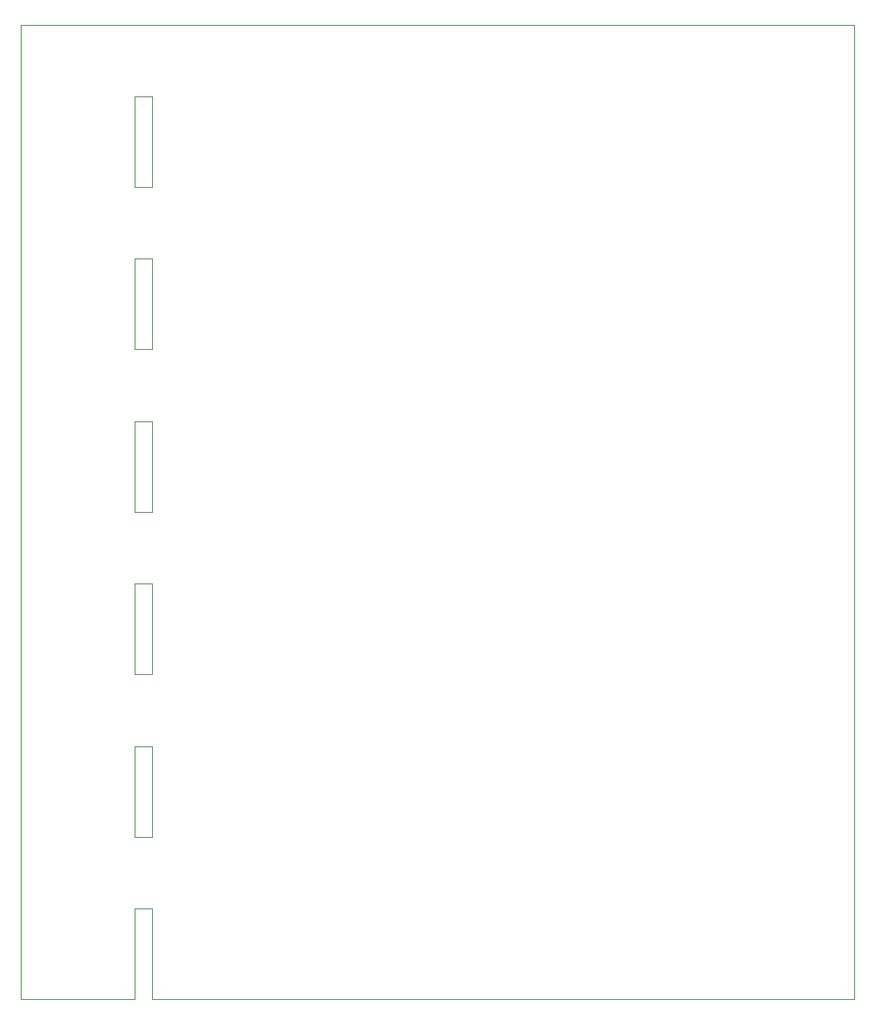
<source format=gm1>
G04 #@! TF.GenerationSoftware,KiCad,Pcbnew,(5.1.5)-3*
G04 #@! TF.CreationDate,2019-12-27T07:11:16+09:00*
G04 #@! TF.ProjectId,PCIeAdapter_x6,50434965-4164-4617-9074-65725f78362e,rev?*
G04 #@! TF.SameCoordinates,Original*
G04 #@! TF.FileFunction,Profile,NP*
%FSLAX46Y46*%
G04 Gerber Fmt 4.6, Leading zero omitted, Abs format (unit mm)*
G04 Created by KiCad (PCBNEW (5.1.5)-3) date 2019-12-27 07:11:16*
%MOMM*%
%LPD*%
G04 APERTURE LIST*
%ADD10C,0.050000*%
G04 APERTURE END LIST*
D10*
X122400000Y-57050000D02*
X122400000Y-66300000D01*
X109050000Y-66300000D02*
X109050000Y-49750000D01*
X120600000Y-57050000D02*
X122400000Y-57050000D01*
X193950000Y-66300000D02*
X193950000Y-49750000D01*
X120600000Y-66300000D02*
X122400000Y-66300000D01*
X109050000Y-49750000D02*
X193950000Y-49750000D01*
X120600000Y-66300000D02*
X120600000Y-57050000D01*
X122400000Y-132500000D02*
X120600000Y-132500000D01*
X122400000Y-115950000D02*
X120600000Y-115950000D01*
X120600000Y-99400000D02*
X122400000Y-99400000D01*
X120600000Y-82850000D02*
X122400000Y-82850000D01*
X122400000Y-73600000D02*
X122400000Y-82850000D01*
X122400000Y-90150000D02*
X122400000Y-99400000D01*
X122400000Y-106700000D02*
X122400000Y-115950000D01*
X122400000Y-123250000D02*
X122400000Y-132500000D01*
X109050000Y-82850000D02*
X109050000Y-66300000D01*
X109050000Y-99400000D02*
X109050000Y-82850000D01*
X109050000Y-115950000D02*
X109050000Y-99400000D01*
X109050000Y-132500000D02*
X109050000Y-115950000D01*
X120600000Y-82850000D02*
X120600000Y-73600000D01*
X120600000Y-99400000D02*
X120600000Y-90150000D01*
X120600000Y-115950000D02*
X120600000Y-106700000D01*
X120600000Y-132500000D02*
X120600000Y-123250000D01*
X120600000Y-73600000D02*
X122400000Y-73600000D01*
X120600000Y-90150000D02*
X122400000Y-90150000D01*
X120600000Y-106700000D02*
X122400000Y-106700000D01*
X120600000Y-123250000D02*
X122400000Y-123250000D01*
X193950000Y-82850000D02*
X193950000Y-66300000D01*
X193950000Y-99400000D02*
X193950000Y-82850000D01*
X193950000Y-115950000D02*
X193950000Y-99400000D01*
X193950000Y-132500000D02*
X193950000Y-115950000D01*
X122400000Y-139800000D02*
X122400000Y-149050000D01*
X122400000Y-149050000D02*
X193950000Y-149050000D01*
X120600000Y-139800000D02*
X122400000Y-139800000D01*
X120600000Y-149050000D02*
X120600000Y-139800000D01*
X109050000Y-149050000D02*
X120600000Y-149050000D01*
X193950000Y-149050000D02*
X193950000Y-132500000D01*
X109050000Y-149050000D02*
X109050000Y-132500000D01*
M02*

</source>
